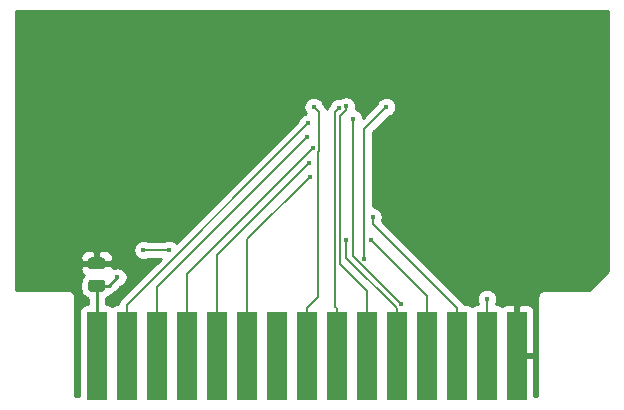
<source format=gbr>
G04 #@! TF.GenerationSoftware,KiCad,Pcbnew,(5.1.8)-1*
G04 #@! TF.CreationDate,2020-11-28T19:45:41+01:00*
G04 #@! TF.ProjectId,MM1_EEPROM_32k_A,4d4d315f-4545-4505-924f-4d5f33326b5f,R1*
G04 #@! TF.SameCoordinates,PX6b49d20PY52f83c0*
G04 #@! TF.FileFunction,Copper,L2,Bot*
G04 #@! TF.FilePolarity,Positive*
%FSLAX46Y46*%
G04 Gerber Fmt 4.6, Leading zero omitted, Abs format (unit mm)*
G04 Created by KiCad (PCBNEW (5.1.8)-1) date 2020-11-28 19:45:41*
%MOMM*%
%LPD*%
G01*
G04 APERTURE LIST*
G04 #@! TA.AperFunction,SMDPad,CuDef*
%ADD10R,1.700000X7.500000*%
G04 #@! TD*
G04 #@! TA.AperFunction,ViaPad*
%ADD11C,0.450000*%
G04 #@! TD*
G04 #@! TA.AperFunction,Conductor*
%ADD12C,0.250000*%
G04 #@! TD*
G04 #@! TA.AperFunction,Conductor*
%ADD13C,0.200000*%
G04 #@! TD*
G04 #@! TA.AperFunction,Conductor*
%ADD14C,0.254000*%
G04 #@! TD*
G04 #@! TA.AperFunction,Conductor*
%ADD15C,0.100000*%
G04 #@! TD*
G04 APERTURE END LIST*
D10*
X7530000Y-29890000D03*
X10070000Y-29890000D03*
X12610000Y-29890000D03*
X15150000Y-29890000D03*
X17690000Y-29890000D03*
X20230000Y-29890000D03*
X22770000Y-29890000D03*
X25310000Y-29890000D03*
X27850000Y-29890000D03*
X30390000Y-29890000D03*
X32930000Y-29890000D03*
X35470000Y-29890000D03*
X38010000Y-29890000D03*
X40550000Y-29890000D03*
X43090000Y-29890000D03*
G04 #@! TA.AperFunction,SMDPad,CuDef*
G36*
G01*
X7025000Y-21550000D02*
X7975000Y-21550000D01*
G75*
G02*
X8225000Y-21800000I0J-250000D01*
G01*
X8225000Y-22300000D01*
G75*
G02*
X7975000Y-22550000I-250000J0D01*
G01*
X7025000Y-22550000D01*
G75*
G02*
X6775000Y-22300000I0J250000D01*
G01*
X6775000Y-21800000D01*
G75*
G02*
X7025000Y-21550000I250000J0D01*
G01*
G37*
G04 #@! TD.AperFunction*
G04 #@! TA.AperFunction,SMDPad,CuDef*
G36*
G01*
X7025000Y-23450000D02*
X7975000Y-23450000D01*
G75*
G02*
X8225000Y-23700000I0J-250000D01*
G01*
X8225000Y-24200000D01*
G75*
G02*
X7975000Y-24450000I-250000J0D01*
G01*
X7025000Y-24450000D01*
G75*
G02*
X6775000Y-24200000I0J250000D01*
G01*
X6775000Y-23700000D01*
G75*
G02*
X7025000Y-23450000I250000J0D01*
G01*
G37*
G04 #@! TD.AperFunction*
D11*
X20500000Y-10720000D03*
X39950000Y-19000000D03*
X9270000Y-23240000D03*
X25409300Y-10203200D03*
X13640000Y-20920000D03*
X11470000Y-20940000D03*
X25275210Y-11395010D03*
X25795342Y-12321796D03*
X25511500Y-13533400D03*
X25542261Y-14714990D03*
X25878800Y-8799100D03*
X28014723Y-8881954D03*
X28634506Y-8768887D03*
X30179300Y-21642700D03*
X32033600Y-8785200D03*
X28644900Y-20064400D03*
X33290300Y-25499400D03*
X29219118Y-9801810D03*
X30718100Y-20058300D03*
X30865000Y-18095000D03*
X40550000Y-25050000D03*
D12*
X7500000Y-26905000D02*
X7500000Y-29860000D01*
X7500000Y-29860000D02*
X7530000Y-29890000D01*
X7500000Y-23950000D02*
X7500000Y-26905000D01*
X8560000Y-23950000D02*
X9270000Y-23240000D01*
X7500000Y-23950000D02*
X8560000Y-23950000D01*
D13*
X10070000Y-29890000D02*
X10070000Y-25542500D01*
X10070000Y-25542500D02*
X25409300Y-10203200D01*
X11490000Y-20920000D02*
X11470000Y-20940000D01*
X13640000Y-20920000D02*
X11490000Y-20920000D01*
X12610000Y-29890000D02*
X12610000Y-24060220D01*
X12610000Y-24060220D02*
X25275210Y-11395010D01*
X15150000Y-29890000D02*
X15150000Y-22967138D01*
X15150000Y-22967138D02*
X25795342Y-12321796D01*
X25511500Y-13533400D02*
X17690000Y-21354900D01*
X17690000Y-21354900D02*
X17690000Y-29890000D01*
X20230000Y-29890000D02*
X20230000Y-20027251D01*
X20230000Y-20027251D02*
X25542261Y-14714990D01*
X26300344Y-9220644D02*
X25878800Y-8799100D01*
X26300344Y-12564198D02*
X26300344Y-9220644D01*
X26236700Y-12627842D02*
X26300344Y-12564198D01*
X26236700Y-24933000D02*
X26236700Y-12627842D01*
X25310000Y-25859700D02*
X26236700Y-24933000D01*
X25310000Y-29890000D02*
X25310000Y-25859700D01*
X27850000Y-25859700D02*
X27697000Y-25706700D01*
X27850000Y-29890000D02*
X27850000Y-25859700D01*
X27697000Y-25706700D02*
X27697000Y-9199677D01*
X27697000Y-9199677D02*
X28014723Y-8881954D01*
X30390000Y-24358700D02*
X28114400Y-22083100D01*
X28634506Y-9087085D02*
X28634506Y-8768887D01*
X28114400Y-22083100D02*
X28114400Y-9607191D01*
X30390000Y-29890000D02*
X30390000Y-24358700D01*
X28114400Y-9607191D02*
X28634506Y-9087085D01*
X32033600Y-8785200D02*
X30179300Y-10639500D01*
X30179300Y-10639500D02*
X30179300Y-21642700D01*
X32930000Y-29890000D02*
X32930000Y-25859700D01*
X28644900Y-20064400D02*
X28644900Y-21574600D01*
X28644900Y-21574600D02*
X32930000Y-25859700D01*
X33290300Y-25499400D02*
X29219118Y-21428218D01*
X29219118Y-21428218D02*
X29219118Y-9801810D01*
X35470000Y-29890000D02*
X35470000Y-24810200D01*
X35470000Y-24810200D02*
X30718100Y-20058300D01*
X38010000Y-25859700D02*
X30865000Y-18714700D01*
X30865000Y-18714700D02*
X30865000Y-18095000D01*
X38010000Y-29890000D02*
X38010000Y-25859700D01*
X40550000Y-29890000D02*
X40550000Y-25050000D01*
D14*
X50790000Y-22705908D02*
X49205909Y-24290000D01*
X45534877Y-24290000D01*
X45500000Y-24286565D01*
X45465123Y-24290000D01*
X45360816Y-24300273D01*
X45226980Y-24340872D01*
X45103637Y-24406800D01*
X44995525Y-24495525D01*
X44906800Y-24603637D01*
X44840872Y-24726980D01*
X44800273Y-24860816D01*
X44786565Y-25000000D01*
X44790000Y-25034876D01*
X44790001Y-33290000D01*
X44577762Y-33290000D01*
X44575000Y-30175750D01*
X44416250Y-30017000D01*
X43217000Y-30017000D01*
X43217000Y-30037000D01*
X42963000Y-30037000D01*
X42963000Y-30017000D01*
X42943000Y-30017000D01*
X42943000Y-29763000D01*
X42963000Y-29763000D01*
X42963000Y-25663750D01*
X43217000Y-25663750D01*
X43217000Y-29763000D01*
X44416250Y-29763000D01*
X44575000Y-29604250D01*
X44578072Y-26140000D01*
X44565812Y-26015518D01*
X44529502Y-25895820D01*
X44470537Y-25785506D01*
X44391185Y-25688815D01*
X44294494Y-25609463D01*
X44184180Y-25550498D01*
X44064482Y-25514188D01*
X43940000Y-25501928D01*
X43375750Y-25505000D01*
X43217000Y-25663750D01*
X42963000Y-25663750D01*
X42804250Y-25505000D01*
X42240000Y-25501928D01*
X42115518Y-25514188D01*
X41995820Y-25550498D01*
X41885506Y-25609463D01*
X41820000Y-25663222D01*
X41754494Y-25609463D01*
X41644180Y-25550498D01*
X41524482Y-25514188D01*
X41400000Y-25501928D01*
X41285000Y-25501928D01*
X41285000Y-25497954D01*
X41312122Y-25457363D01*
X41376951Y-25300853D01*
X41410000Y-25134703D01*
X41410000Y-24965297D01*
X41376951Y-24799147D01*
X41312122Y-24642637D01*
X41218005Y-24501782D01*
X41098218Y-24381995D01*
X40957363Y-24287878D01*
X40800853Y-24223049D01*
X40634703Y-24190000D01*
X40465297Y-24190000D01*
X40299147Y-24223049D01*
X40142637Y-24287878D01*
X40001782Y-24381995D01*
X39881995Y-24501782D01*
X39787878Y-24642637D01*
X39723049Y-24799147D01*
X39690000Y-24965297D01*
X39690000Y-25134703D01*
X39723049Y-25300853D01*
X39787878Y-25457363D01*
X39815001Y-25497955D01*
X39815001Y-25501928D01*
X39700000Y-25501928D01*
X39575518Y-25514188D01*
X39455820Y-25550498D01*
X39345506Y-25609463D01*
X39280000Y-25663222D01*
X39214494Y-25609463D01*
X39104180Y-25550498D01*
X38984482Y-25514188D01*
X38860000Y-25501928D01*
X38652174Y-25501928D01*
X38624087Y-25449380D01*
X38532238Y-25337462D01*
X38504193Y-25314446D01*
X31646156Y-18456410D01*
X31691951Y-18345853D01*
X31725000Y-18179703D01*
X31725000Y-18010297D01*
X31691951Y-17844147D01*
X31627122Y-17687637D01*
X31533005Y-17546782D01*
X31413218Y-17426995D01*
X31272363Y-17332878D01*
X31115853Y-17268049D01*
X30949703Y-17235000D01*
X30914300Y-17235000D01*
X30914300Y-10943946D01*
X32236572Y-9621675D01*
X32284453Y-9612151D01*
X32440963Y-9547322D01*
X32581818Y-9453205D01*
X32701605Y-9333418D01*
X32795722Y-9192563D01*
X32860551Y-9036053D01*
X32893600Y-8869903D01*
X32893600Y-8700497D01*
X32860551Y-8534347D01*
X32795722Y-8377837D01*
X32701605Y-8236982D01*
X32581818Y-8117195D01*
X32440963Y-8023078D01*
X32284453Y-7958249D01*
X32118303Y-7925200D01*
X31948897Y-7925200D01*
X31782747Y-7958249D01*
X31626237Y-8023078D01*
X31485382Y-8117195D01*
X31365595Y-8236982D01*
X31271478Y-8377837D01*
X31206649Y-8534347D01*
X31197125Y-8582228D01*
X30076319Y-9703035D01*
X30046069Y-9550957D01*
X29981240Y-9394447D01*
X29887123Y-9253592D01*
X29767336Y-9133805D01*
X29626481Y-9039688D01*
X29470353Y-8975017D01*
X29494506Y-8853590D01*
X29494506Y-8684184D01*
X29461457Y-8518034D01*
X29396628Y-8361524D01*
X29302511Y-8220669D01*
X29182724Y-8100882D01*
X29041869Y-8006765D01*
X28885359Y-7941936D01*
X28719209Y-7908887D01*
X28549803Y-7908887D01*
X28383653Y-7941936D01*
X28227143Y-8006765D01*
X28180328Y-8038046D01*
X28099426Y-8021954D01*
X27930020Y-8021954D01*
X27763870Y-8055003D01*
X27607360Y-8119832D01*
X27466505Y-8213949D01*
X27346718Y-8333736D01*
X27252601Y-8474591D01*
X27187772Y-8631101D01*
X27179295Y-8673720D01*
X27174763Y-8677439D01*
X27082914Y-8789357D01*
X27032954Y-8882826D01*
X27014664Y-8917044D01*
X26995492Y-8980244D01*
X26982681Y-8938011D01*
X26914431Y-8810324D01*
X26822582Y-8698406D01*
X26794531Y-8675385D01*
X26715275Y-8596129D01*
X26705751Y-8548247D01*
X26640922Y-8391737D01*
X26546805Y-8250882D01*
X26427018Y-8131095D01*
X26286163Y-8036978D01*
X26129653Y-7972149D01*
X25963503Y-7939100D01*
X25794097Y-7939100D01*
X25627947Y-7972149D01*
X25471437Y-8036978D01*
X25330582Y-8131095D01*
X25210795Y-8250882D01*
X25116678Y-8391737D01*
X25051849Y-8548247D01*
X25018800Y-8714397D01*
X25018800Y-8883803D01*
X25051849Y-9049953D01*
X25116678Y-9206463D01*
X25210795Y-9347318D01*
X25226241Y-9362764D01*
X25158447Y-9376249D01*
X25001937Y-9441078D01*
X24861082Y-9535195D01*
X24741295Y-9654982D01*
X24647178Y-9795837D01*
X24582349Y-9952347D01*
X24572825Y-10000228D01*
X14254638Y-20318415D01*
X14188218Y-20251995D01*
X14047363Y-20157878D01*
X13890853Y-20093049D01*
X13724703Y-20060000D01*
X13555297Y-20060000D01*
X13389147Y-20093049D01*
X13232637Y-20157878D01*
X13192046Y-20185000D01*
X11888022Y-20185000D01*
X11877363Y-20177878D01*
X11720853Y-20113049D01*
X11554703Y-20080000D01*
X11385297Y-20080000D01*
X11219147Y-20113049D01*
X11062637Y-20177878D01*
X10921782Y-20271995D01*
X10801995Y-20391782D01*
X10707878Y-20532637D01*
X10643049Y-20689147D01*
X10610000Y-20855297D01*
X10610000Y-21024703D01*
X10643049Y-21190853D01*
X10707878Y-21347363D01*
X10801995Y-21488218D01*
X10921782Y-21608005D01*
X11062637Y-21702122D01*
X11219147Y-21766951D01*
X11385297Y-21800000D01*
X11554703Y-21800000D01*
X11720853Y-21766951D01*
X11877363Y-21702122D01*
X11947886Y-21655000D01*
X12918054Y-21655000D01*
X9575808Y-24997246D01*
X9547763Y-25020262D01*
X9455914Y-25132180D01*
X9411308Y-25215632D01*
X9387664Y-25259867D01*
X9345635Y-25398415D01*
X9335440Y-25501928D01*
X9220000Y-25501928D01*
X9095518Y-25514188D01*
X8975820Y-25550498D01*
X8865506Y-25609463D01*
X8800000Y-25663222D01*
X8734494Y-25609463D01*
X8624180Y-25550498D01*
X8504482Y-25514188D01*
X8380000Y-25501928D01*
X8260000Y-25501928D01*
X8260000Y-25037110D01*
X8314850Y-25020472D01*
X8468386Y-24938405D01*
X8602962Y-24827962D01*
X8708779Y-24699023D01*
X8708986Y-24699003D01*
X8852247Y-24655546D01*
X8984276Y-24584974D01*
X9100001Y-24490001D01*
X9123803Y-24460998D01*
X9517105Y-24067697D01*
X9520853Y-24066951D01*
X9677363Y-24002122D01*
X9818218Y-23908005D01*
X9938005Y-23788218D01*
X10032122Y-23647363D01*
X10096951Y-23490853D01*
X10130000Y-23324703D01*
X10130000Y-23155297D01*
X10096951Y-22989147D01*
X10032122Y-22832637D01*
X9938005Y-22691782D01*
X9818218Y-22571995D01*
X9677363Y-22477878D01*
X9520853Y-22413049D01*
X9354703Y-22380000D01*
X9185297Y-22380000D01*
X9019147Y-22413049D01*
X8862637Y-22477878D01*
X8862044Y-22478275D01*
X8860000Y-22335750D01*
X8701250Y-22177000D01*
X7627000Y-22177000D01*
X7627000Y-22197000D01*
X7373000Y-22197000D01*
X7373000Y-22177000D01*
X6298750Y-22177000D01*
X6140000Y-22335750D01*
X6136928Y-22550000D01*
X6149188Y-22674482D01*
X6185498Y-22794180D01*
X6244463Y-22904494D01*
X6323815Y-23001185D01*
X6403594Y-23066658D01*
X6397038Y-23072038D01*
X6286595Y-23206614D01*
X6204528Y-23360150D01*
X6153992Y-23526746D01*
X6136928Y-23700000D01*
X6136928Y-24200000D01*
X6153992Y-24373254D01*
X6204528Y-24539850D01*
X6286595Y-24693386D01*
X6397038Y-24827962D01*
X6531614Y-24938405D01*
X6685150Y-25020472D01*
X6740000Y-25037111D01*
X6740001Y-25501928D01*
X6680000Y-25501928D01*
X6555518Y-25514188D01*
X6435820Y-25550498D01*
X6325506Y-25609463D01*
X6228815Y-25688815D01*
X6149463Y-25785506D01*
X6090498Y-25895820D01*
X6054188Y-26015518D01*
X6041928Y-26140000D01*
X6041928Y-33290000D01*
X5710000Y-33290000D01*
X5710000Y-25034876D01*
X5713435Y-25000000D01*
X5699727Y-24860816D01*
X5659128Y-24726980D01*
X5593200Y-24603637D01*
X5504475Y-24495525D01*
X5396363Y-24406800D01*
X5273020Y-24340872D01*
X5139184Y-24300273D01*
X5034877Y-24290000D01*
X5000000Y-24286565D01*
X4965123Y-24290000D01*
X710000Y-24290000D01*
X710000Y-21550000D01*
X6136928Y-21550000D01*
X6140000Y-21764250D01*
X6298750Y-21923000D01*
X7373000Y-21923000D01*
X7373000Y-21073750D01*
X7627000Y-21073750D01*
X7627000Y-21923000D01*
X8701250Y-21923000D01*
X8860000Y-21764250D01*
X8863072Y-21550000D01*
X8850812Y-21425518D01*
X8814502Y-21305820D01*
X8755537Y-21195506D01*
X8676185Y-21098815D01*
X8579494Y-21019463D01*
X8469180Y-20960498D01*
X8349482Y-20924188D01*
X8225000Y-20911928D01*
X7785750Y-20915000D01*
X7627000Y-21073750D01*
X7373000Y-21073750D01*
X7214250Y-20915000D01*
X6775000Y-20911928D01*
X6650518Y-20924188D01*
X6530820Y-20960498D01*
X6420506Y-21019463D01*
X6323815Y-21098815D01*
X6244463Y-21195506D01*
X6185498Y-21305820D01*
X6149188Y-21425518D01*
X6136928Y-21550000D01*
X710000Y-21550000D01*
X710000Y-710000D01*
X50790001Y-710000D01*
X50790000Y-22705908D01*
G04 #@! TA.AperFunction,Conductor*
D15*
G36*
X50790000Y-22705908D02*
G01*
X49205909Y-24290000D01*
X45534877Y-24290000D01*
X45500000Y-24286565D01*
X45465123Y-24290000D01*
X45360816Y-24300273D01*
X45226980Y-24340872D01*
X45103637Y-24406800D01*
X44995525Y-24495525D01*
X44906800Y-24603637D01*
X44840872Y-24726980D01*
X44800273Y-24860816D01*
X44786565Y-25000000D01*
X44790000Y-25034876D01*
X44790001Y-33290000D01*
X44577762Y-33290000D01*
X44575000Y-30175750D01*
X44416250Y-30017000D01*
X43217000Y-30017000D01*
X43217000Y-30037000D01*
X42963000Y-30037000D01*
X42963000Y-30017000D01*
X42943000Y-30017000D01*
X42943000Y-29763000D01*
X42963000Y-29763000D01*
X42963000Y-25663750D01*
X43217000Y-25663750D01*
X43217000Y-29763000D01*
X44416250Y-29763000D01*
X44575000Y-29604250D01*
X44578072Y-26140000D01*
X44565812Y-26015518D01*
X44529502Y-25895820D01*
X44470537Y-25785506D01*
X44391185Y-25688815D01*
X44294494Y-25609463D01*
X44184180Y-25550498D01*
X44064482Y-25514188D01*
X43940000Y-25501928D01*
X43375750Y-25505000D01*
X43217000Y-25663750D01*
X42963000Y-25663750D01*
X42804250Y-25505000D01*
X42240000Y-25501928D01*
X42115518Y-25514188D01*
X41995820Y-25550498D01*
X41885506Y-25609463D01*
X41820000Y-25663222D01*
X41754494Y-25609463D01*
X41644180Y-25550498D01*
X41524482Y-25514188D01*
X41400000Y-25501928D01*
X41285000Y-25501928D01*
X41285000Y-25497954D01*
X41312122Y-25457363D01*
X41376951Y-25300853D01*
X41410000Y-25134703D01*
X41410000Y-24965297D01*
X41376951Y-24799147D01*
X41312122Y-24642637D01*
X41218005Y-24501782D01*
X41098218Y-24381995D01*
X40957363Y-24287878D01*
X40800853Y-24223049D01*
X40634703Y-24190000D01*
X40465297Y-24190000D01*
X40299147Y-24223049D01*
X40142637Y-24287878D01*
X40001782Y-24381995D01*
X39881995Y-24501782D01*
X39787878Y-24642637D01*
X39723049Y-24799147D01*
X39690000Y-24965297D01*
X39690000Y-25134703D01*
X39723049Y-25300853D01*
X39787878Y-25457363D01*
X39815001Y-25497955D01*
X39815001Y-25501928D01*
X39700000Y-25501928D01*
X39575518Y-25514188D01*
X39455820Y-25550498D01*
X39345506Y-25609463D01*
X39280000Y-25663222D01*
X39214494Y-25609463D01*
X39104180Y-25550498D01*
X38984482Y-25514188D01*
X38860000Y-25501928D01*
X38652174Y-25501928D01*
X38624087Y-25449380D01*
X38532238Y-25337462D01*
X38504193Y-25314446D01*
X31646156Y-18456410D01*
X31691951Y-18345853D01*
X31725000Y-18179703D01*
X31725000Y-18010297D01*
X31691951Y-17844147D01*
X31627122Y-17687637D01*
X31533005Y-17546782D01*
X31413218Y-17426995D01*
X31272363Y-17332878D01*
X31115853Y-17268049D01*
X30949703Y-17235000D01*
X30914300Y-17235000D01*
X30914300Y-10943946D01*
X32236572Y-9621675D01*
X32284453Y-9612151D01*
X32440963Y-9547322D01*
X32581818Y-9453205D01*
X32701605Y-9333418D01*
X32795722Y-9192563D01*
X32860551Y-9036053D01*
X32893600Y-8869903D01*
X32893600Y-8700497D01*
X32860551Y-8534347D01*
X32795722Y-8377837D01*
X32701605Y-8236982D01*
X32581818Y-8117195D01*
X32440963Y-8023078D01*
X32284453Y-7958249D01*
X32118303Y-7925200D01*
X31948897Y-7925200D01*
X31782747Y-7958249D01*
X31626237Y-8023078D01*
X31485382Y-8117195D01*
X31365595Y-8236982D01*
X31271478Y-8377837D01*
X31206649Y-8534347D01*
X31197125Y-8582228D01*
X30076319Y-9703035D01*
X30046069Y-9550957D01*
X29981240Y-9394447D01*
X29887123Y-9253592D01*
X29767336Y-9133805D01*
X29626481Y-9039688D01*
X29470353Y-8975017D01*
X29494506Y-8853590D01*
X29494506Y-8684184D01*
X29461457Y-8518034D01*
X29396628Y-8361524D01*
X29302511Y-8220669D01*
X29182724Y-8100882D01*
X29041869Y-8006765D01*
X28885359Y-7941936D01*
X28719209Y-7908887D01*
X28549803Y-7908887D01*
X28383653Y-7941936D01*
X28227143Y-8006765D01*
X28180328Y-8038046D01*
X28099426Y-8021954D01*
X27930020Y-8021954D01*
X27763870Y-8055003D01*
X27607360Y-8119832D01*
X27466505Y-8213949D01*
X27346718Y-8333736D01*
X27252601Y-8474591D01*
X27187772Y-8631101D01*
X27179295Y-8673720D01*
X27174763Y-8677439D01*
X27082914Y-8789357D01*
X27032954Y-8882826D01*
X27014664Y-8917044D01*
X26995492Y-8980244D01*
X26982681Y-8938011D01*
X26914431Y-8810324D01*
X26822582Y-8698406D01*
X26794531Y-8675385D01*
X26715275Y-8596129D01*
X26705751Y-8548247D01*
X26640922Y-8391737D01*
X26546805Y-8250882D01*
X26427018Y-8131095D01*
X26286163Y-8036978D01*
X26129653Y-7972149D01*
X25963503Y-7939100D01*
X25794097Y-7939100D01*
X25627947Y-7972149D01*
X25471437Y-8036978D01*
X25330582Y-8131095D01*
X25210795Y-8250882D01*
X25116678Y-8391737D01*
X25051849Y-8548247D01*
X25018800Y-8714397D01*
X25018800Y-8883803D01*
X25051849Y-9049953D01*
X25116678Y-9206463D01*
X25210795Y-9347318D01*
X25226241Y-9362764D01*
X25158447Y-9376249D01*
X25001937Y-9441078D01*
X24861082Y-9535195D01*
X24741295Y-9654982D01*
X24647178Y-9795837D01*
X24582349Y-9952347D01*
X24572825Y-10000228D01*
X14254638Y-20318415D01*
X14188218Y-20251995D01*
X14047363Y-20157878D01*
X13890853Y-20093049D01*
X13724703Y-20060000D01*
X13555297Y-20060000D01*
X13389147Y-20093049D01*
X13232637Y-20157878D01*
X13192046Y-20185000D01*
X11888022Y-20185000D01*
X11877363Y-20177878D01*
X11720853Y-20113049D01*
X11554703Y-20080000D01*
X11385297Y-20080000D01*
X11219147Y-20113049D01*
X11062637Y-20177878D01*
X10921782Y-20271995D01*
X10801995Y-20391782D01*
X10707878Y-20532637D01*
X10643049Y-20689147D01*
X10610000Y-20855297D01*
X10610000Y-21024703D01*
X10643049Y-21190853D01*
X10707878Y-21347363D01*
X10801995Y-21488218D01*
X10921782Y-21608005D01*
X11062637Y-21702122D01*
X11219147Y-21766951D01*
X11385297Y-21800000D01*
X11554703Y-21800000D01*
X11720853Y-21766951D01*
X11877363Y-21702122D01*
X11947886Y-21655000D01*
X12918054Y-21655000D01*
X9575808Y-24997246D01*
X9547763Y-25020262D01*
X9455914Y-25132180D01*
X9411308Y-25215632D01*
X9387664Y-25259867D01*
X9345635Y-25398415D01*
X9335440Y-25501928D01*
X9220000Y-25501928D01*
X9095518Y-25514188D01*
X8975820Y-25550498D01*
X8865506Y-25609463D01*
X8800000Y-25663222D01*
X8734494Y-25609463D01*
X8624180Y-25550498D01*
X8504482Y-25514188D01*
X8380000Y-25501928D01*
X8260000Y-25501928D01*
X8260000Y-25037110D01*
X8314850Y-25020472D01*
X8468386Y-24938405D01*
X8602962Y-24827962D01*
X8708779Y-24699023D01*
X8708986Y-24699003D01*
X8852247Y-24655546D01*
X8984276Y-24584974D01*
X9100001Y-24490001D01*
X9123803Y-24460998D01*
X9517105Y-24067697D01*
X9520853Y-24066951D01*
X9677363Y-24002122D01*
X9818218Y-23908005D01*
X9938005Y-23788218D01*
X10032122Y-23647363D01*
X10096951Y-23490853D01*
X10130000Y-23324703D01*
X10130000Y-23155297D01*
X10096951Y-22989147D01*
X10032122Y-22832637D01*
X9938005Y-22691782D01*
X9818218Y-22571995D01*
X9677363Y-22477878D01*
X9520853Y-22413049D01*
X9354703Y-22380000D01*
X9185297Y-22380000D01*
X9019147Y-22413049D01*
X8862637Y-22477878D01*
X8862044Y-22478275D01*
X8860000Y-22335750D01*
X8701250Y-22177000D01*
X7627000Y-22177000D01*
X7627000Y-22197000D01*
X7373000Y-22197000D01*
X7373000Y-22177000D01*
X6298750Y-22177000D01*
X6140000Y-22335750D01*
X6136928Y-22550000D01*
X6149188Y-22674482D01*
X6185498Y-22794180D01*
X6244463Y-22904494D01*
X6323815Y-23001185D01*
X6403594Y-23066658D01*
X6397038Y-23072038D01*
X6286595Y-23206614D01*
X6204528Y-23360150D01*
X6153992Y-23526746D01*
X6136928Y-23700000D01*
X6136928Y-24200000D01*
X6153992Y-24373254D01*
X6204528Y-24539850D01*
X6286595Y-24693386D01*
X6397038Y-24827962D01*
X6531614Y-24938405D01*
X6685150Y-25020472D01*
X6740000Y-25037111D01*
X6740001Y-25501928D01*
X6680000Y-25501928D01*
X6555518Y-25514188D01*
X6435820Y-25550498D01*
X6325506Y-25609463D01*
X6228815Y-25688815D01*
X6149463Y-25785506D01*
X6090498Y-25895820D01*
X6054188Y-26015518D01*
X6041928Y-26140000D01*
X6041928Y-33290000D01*
X5710000Y-33290000D01*
X5710000Y-25034876D01*
X5713435Y-25000000D01*
X5699727Y-24860816D01*
X5659128Y-24726980D01*
X5593200Y-24603637D01*
X5504475Y-24495525D01*
X5396363Y-24406800D01*
X5273020Y-24340872D01*
X5139184Y-24300273D01*
X5034877Y-24290000D01*
X5000000Y-24286565D01*
X4965123Y-24290000D01*
X710000Y-24290000D01*
X710000Y-21550000D01*
X6136928Y-21550000D01*
X6140000Y-21764250D01*
X6298750Y-21923000D01*
X7373000Y-21923000D01*
X7373000Y-21073750D01*
X7627000Y-21073750D01*
X7627000Y-21923000D01*
X8701250Y-21923000D01*
X8860000Y-21764250D01*
X8863072Y-21550000D01*
X8850812Y-21425518D01*
X8814502Y-21305820D01*
X8755537Y-21195506D01*
X8676185Y-21098815D01*
X8579494Y-21019463D01*
X8469180Y-20960498D01*
X8349482Y-20924188D01*
X8225000Y-20911928D01*
X7785750Y-20915000D01*
X7627000Y-21073750D01*
X7373000Y-21073750D01*
X7214250Y-20915000D01*
X6775000Y-20911928D01*
X6650518Y-20924188D01*
X6530820Y-20960498D01*
X6420506Y-21019463D01*
X6323815Y-21098815D01*
X6244463Y-21195506D01*
X6185498Y-21305820D01*
X6149188Y-21425518D01*
X6136928Y-21550000D01*
X710000Y-21550000D01*
X710000Y-710000D01*
X50790001Y-710000D01*
X50790000Y-22705908D01*
G37*
G04 #@! TD.AperFunction*
M02*

</source>
